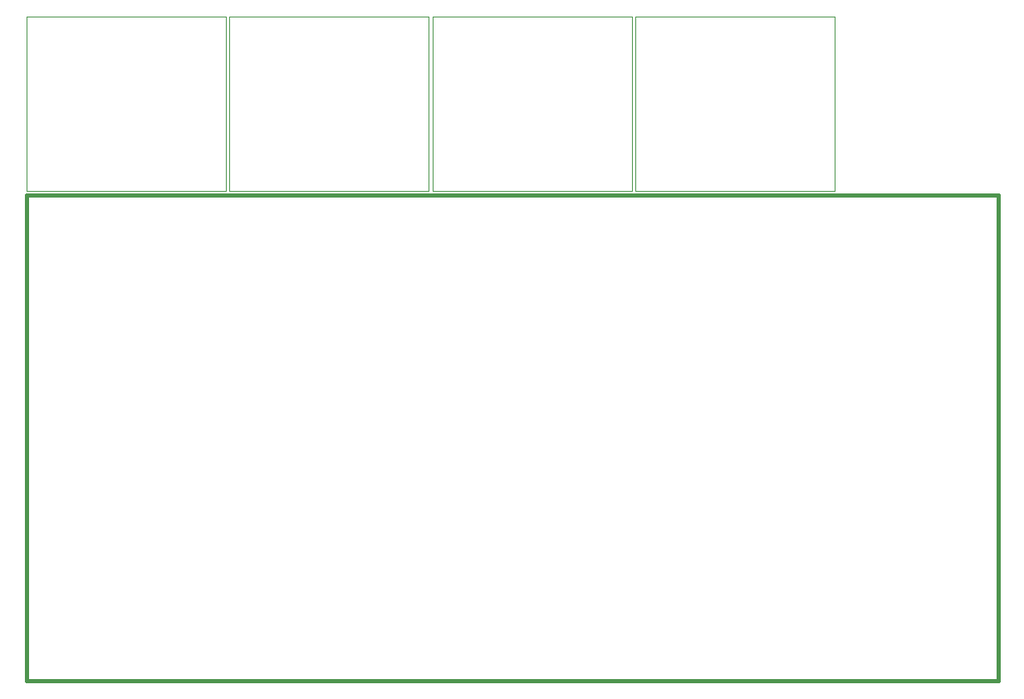
<source format=gbr>
G75*
G70*
%OFA0B0*%
%FSLAX25Y25*%
%IPPOS*%
%LPD*%
%AMOC8*
5,1,8,0,0,1.08239X$1,22.5*
%
%ADD23C,0.00600*%
%ADD67C,0.01500*%
%ADD90C,0.00100*%
X0010000Y0010000D02*
G01*
D23*
D67*
X0400000Y0205000D02*
X0400000Y0010000D01*
X0010000Y0205000D02*
X0010000Y0010000D01*
X0010000Y0010000D02*
X0400000Y0010000D01*
X0010000Y0205000D02*
X0400000Y0205000D01*
X0010000Y0206500D02*
G01*
D23*
D90*
X0010000Y0206500D02*
X0010000Y0276500D01*
X0090000Y0206500D02*
X0010000Y0206500D01*
X0090000Y0276500D02*
X0090000Y0206500D01*
X0087500Y0276500D02*
X0090000Y0276500D01*
X0010000Y0276500D02*
X0087500Y0276500D01*
X0091500Y0206500D02*
G01*
D23*
D90*
X0091500Y0206500D02*
X0091500Y0276500D01*
X0171500Y0206500D02*
X0091500Y0206500D01*
X0171500Y0276500D02*
X0171500Y0206500D01*
X0169000Y0276500D02*
X0171500Y0276500D01*
X0091500Y0276500D02*
X0169000Y0276500D01*
X0173000Y0206500D02*
G01*
D23*
D90*
X0173000Y0206500D02*
X0173000Y0276500D01*
X0253000Y0206500D02*
X0173000Y0206500D01*
X0253000Y0276500D02*
X0253000Y0206500D01*
X0250500Y0276500D02*
X0253000Y0276500D01*
X0173000Y0276500D02*
X0250500Y0276500D01*
X0254500Y0206500D02*
G01*
D23*
D90*
X0254500Y0206500D02*
X0254500Y0276500D01*
X0334500Y0206500D02*
X0254500Y0206500D01*
X0334500Y0276500D02*
X0334500Y0206500D01*
X0332000Y0276500D02*
X0334500Y0276500D01*
X0254500Y0276500D02*
X0332000Y0276500D01*
M02*

</source>
